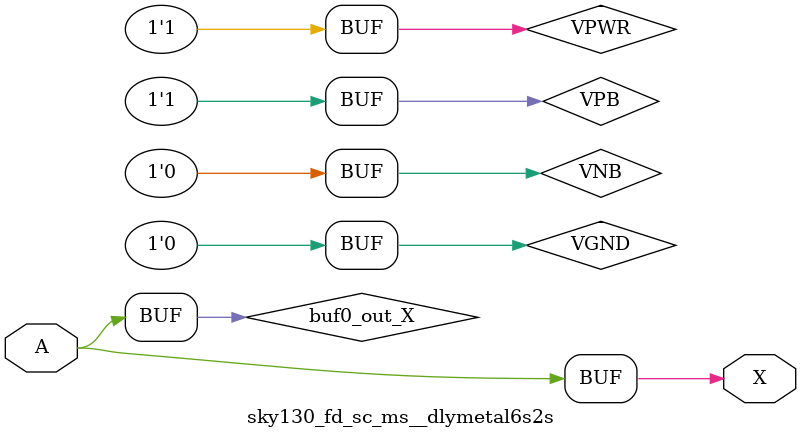
<source format=v>
/*
 * Copyright 2020 The SkyWater PDK Authors
 *
 * Licensed under the Apache License, Version 2.0 (the "License");
 * you may not use this file except in compliance with the License.
 * You may obtain a copy of the License at
 *
 *     https://www.apache.org/licenses/LICENSE-2.0
 *
 * Unless required by applicable law or agreed to in writing, software
 * distributed under the License is distributed on an "AS IS" BASIS,
 * WITHOUT WARRANTIES OR CONDITIONS OF ANY KIND, either express or implied.
 * See the License for the specific language governing permissions and
 * limitations under the License.
 *
 * SPDX-License-Identifier: Apache-2.0
*/


`ifndef SKY130_FD_SC_MS__DLYMETAL6S2S_BEHAVIORAL_V
`define SKY130_FD_SC_MS__DLYMETAL6S2S_BEHAVIORAL_V

/**
 * dlymetal6s2s: 6-inverter delay with output from 2nd stage on
 *               horizontal route.
 *
 * Verilog simulation functional model.
 */

`timescale 1ns / 1ps
`default_nettype none

`celldefine
module sky130_fd_sc_ms__dlymetal6s2s (
    X,
    A
);

    // Module ports
    output X;
    input  A;

    // Module supplies
    supply1 VPWR;
    supply0 VGND;
    supply1 VPB ;
    supply0 VNB ;

    // Local signals
    wire buf0_out_X;

    //  Name  Output      Other arguments
    buf buf0 (buf0_out_X, A              );
    buf buf1 (X         , buf0_out_X     );

endmodule
`endcelldefine

`default_nettype wire
`endif  // SKY130_FD_SC_MS__DLYMETAL6S2S_BEHAVIORAL_V
</source>
